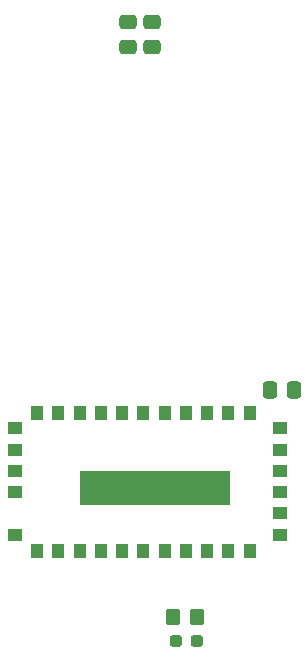
<source format=gtp>
G04 #@! TF.GenerationSoftware,KiCad,Pcbnew,6.0.10*
G04 #@! TF.CreationDate,2023-06-20T13:49:35-05:00*
G04 #@! TF.ProjectId,sensor_sigfox_2,73656e73-6f72-45f7-9369-67666f785f32,rev?*
G04 #@! TF.SameCoordinates,Original*
G04 #@! TF.FileFunction,Paste,Top*
G04 #@! TF.FilePolarity,Positive*
%FSLAX46Y46*%
G04 Gerber Fmt 4.6, Leading zero omitted, Abs format (unit mm)*
G04 Created by KiCad (PCBNEW 6.0.10) date 2023-06-20 13:49:35*
%MOMM*%
%LPD*%
G01*
G04 APERTURE LIST*
G04 Aperture macros list*
%AMRoundRect*
0 Rectangle with rounded corners*
0 $1 Rounding radius*
0 $2 $3 $4 $5 $6 $7 $8 $9 X,Y pos of 4 corners*
0 Add a 4 corners polygon primitive as box body*
4,1,4,$2,$3,$4,$5,$6,$7,$8,$9,$2,$3,0*
0 Add four circle primitives for the rounded corners*
1,1,$1+$1,$2,$3*
1,1,$1+$1,$4,$5*
1,1,$1+$1,$6,$7*
1,1,$1+$1,$8,$9*
0 Add four rect primitives between the rounded corners*
20,1,$1+$1,$2,$3,$4,$5,0*
20,1,$1+$1,$4,$5,$6,$7,0*
20,1,$1+$1,$6,$7,$8,$9,0*
20,1,$1+$1,$8,$9,$2,$3,0*%
G04 Aperture macros list end*
%ADD10RoundRect,0.250000X0.475000X-0.337500X0.475000X0.337500X-0.475000X0.337500X-0.475000X-0.337500X0*%
%ADD11R,1.050000X1.250000*%
%ADD12R,1.250000X1.050000*%
%ADD13R,12.800000X2.880000*%
%ADD14RoundRect,0.250000X0.337500X0.475000X-0.337500X0.475000X-0.337500X-0.475000X0.337500X-0.475000X0*%
%ADD15RoundRect,0.237500X-0.287500X-0.237500X0.287500X-0.237500X0.287500X0.237500X-0.287500X0.237500X0*%
%ADD16RoundRect,0.250000X-0.350000X-0.450000X0.350000X-0.450000X0.350000X0.450000X-0.350000X0.450000X0*%
G04 APERTURE END LIST*
D10*
X125730000Y-40132000D03*
X125730000Y-38057000D03*
X127762000Y-40132000D03*
X127762000Y-38057000D03*
D11*
X119844000Y-82804000D03*
X121644000Y-82804000D03*
X123444000Y-82804000D03*
X125244000Y-82804000D03*
X127044000Y-82804000D03*
X128844000Y-82804000D03*
X130644000Y-82804000D03*
X132444000Y-82804000D03*
X134244000Y-82804000D03*
X136044000Y-82804000D03*
D12*
X138590000Y-81448000D03*
X138590000Y-79648000D03*
X138590000Y-77848000D03*
X138590000Y-76048000D03*
X138590000Y-74248000D03*
X138590000Y-72448000D03*
D11*
X136044000Y-71132000D03*
X134244000Y-71132000D03*
X132444000Y-71132000D03*
X130644000Y-71132000D03*
X128844000Y-71132000D03*
X127044000Y-71132000D03*
X125244000Y-71132000D03*
X123444000Y-71132000D03*
X121644000Y-71132000D03*
X119844000Y-71132000D03*
X118044000Y-71132000D03*
D12*
X116158000Y-72448000D03*
X116158000Y-74248000D03*
X116158000Y-76048000D03*
X116158000Y-77848000D03*
X116158000Y-81448000D03*
D11*
X118044000Y-82804000D03*
D13*
X128071000Y-77495000D03*
D14*
X139827000Y-69215000D03*
X137752000Y-69215000D03*
D15*
X129822000Y-90424000D03*
X131572000Y-90424000D03*
D16*
X129572000Y-88392000D03*
X131572000Y-88392000D03*
M02*

</source>
